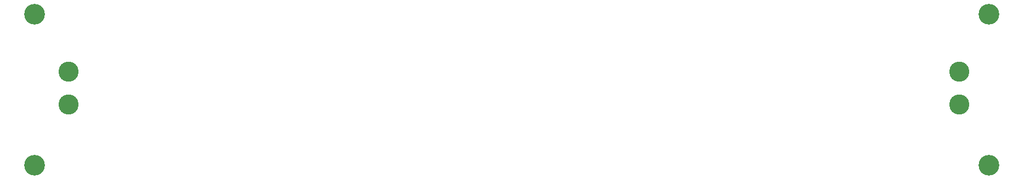
<source format=gbs>
G04*
G04 #@! TF.GenerationSoftware,Altium Limited,Altium Designer,20.2.3 (150)*
G04*
G04 Layer_Color=8388619*
%FSLAX25Y25*%
%MOIN*%
G70*
G04*
G04 #@! TF.SameCoordinates,3BBCC810-EA08-4C21-AED5-1319FEB89D9C*
G04*
G04*
G04 #@! TF.FilePolarity,Negative*
G04*
G01*
G75*
%ADD20C,0.12217*%
%ADD21C,0.12611*%
D20*
X572000Y64937D02*
D03*
Y44937D02*
D03*
X30500D02*
D03*
Y64937D02*
D03*
D21*
X590000Y100000D02*
D03*
Y8000D02*
D03*
X10000D02*
D03*
Y100000D02*
D03*
M02*

</source>
